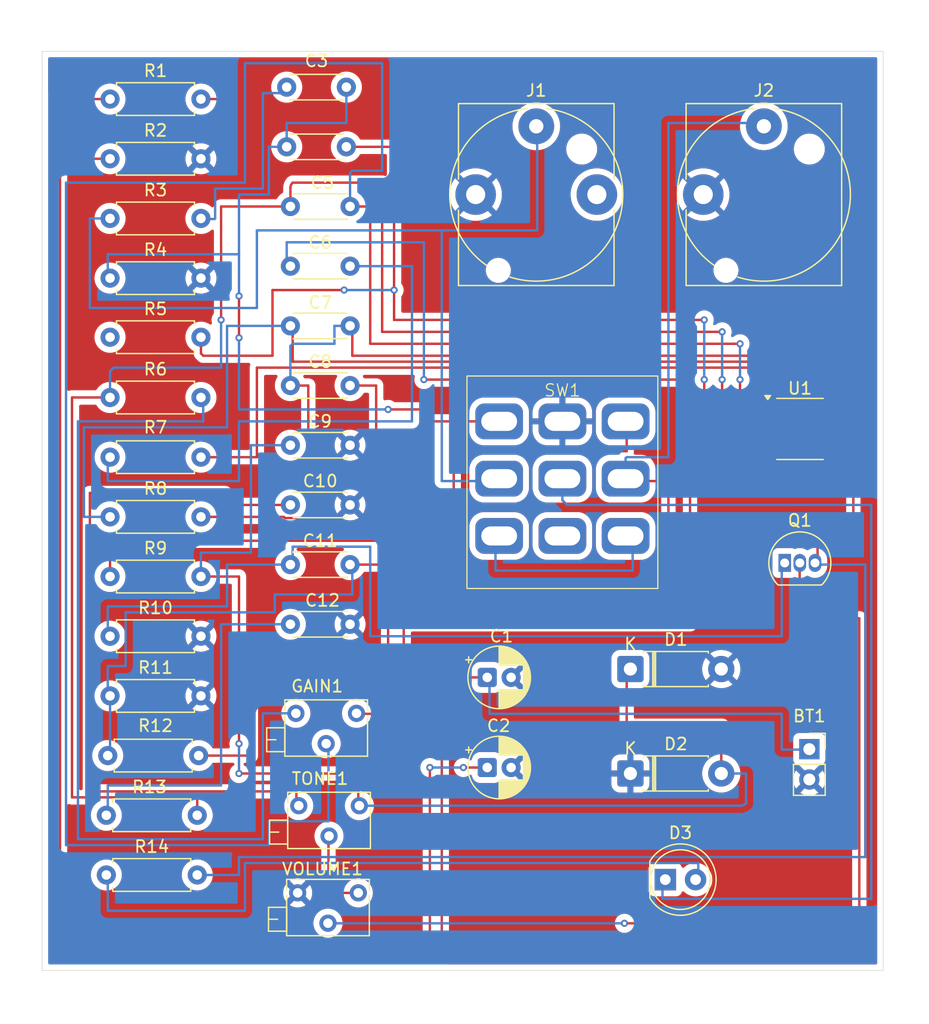
<source format=kicad_pcb>
(kicad_pcb (version 20241229) (generator "pcbnew") (generator_version "9.0")
  (layers (0 "F.Cu" signal) (2 "B.Cu" signal) (13 "F.Paste" user) (15 "B.Paste" user) (5 "F.SilkS" user "F.Silkscreen") (7 "B.SilkS" user "B.Silkscreen") (1 "F.Mask" user) (3 "B.Mask" user) (25 "Edge.Cuts" user))
  (net 0 "")
  (net 1 "Net-(BT1-+)")
  (net 2 "GND")
  (net 3 "Net-(C2-Pad1)")
  (net 4 "Net-(SW1A-A)")
  (net 5 "Net-(C3-Pad1)")
  (net 6 "Net-(U1A-+)")
  (net 7 "Net-(U1A--)")
  (net 8 "Net-(C5-Pad2)")
  (net 9 "Net-(C6-Pad2)")
  (net 10 "Net-(C6-Pad1)")
  (net 11 "Net-(C7-Pad2)")
  (net 12 "Net-(C8-Pad2)")
  (net 13 "Net-(D1-K)")
  (net 14 "Net-(C10-Pad1)")
  (net 15 "Net-(Q1-E)")
  (net 16 "Net-(SW1C-A)")
  (net 17 "Net-(C12-Pad1)")
  (net 18 "Net-(D3-K)")
  (net 19 "Net-(D3-A)")
  (net 20 "Net-(SW1A-B)")
  (net 21 "Net-(SW1C-B)")
  (net 22 "Net-(Q1-B)")
  (net 23 "+9V")
  (net 24 "Net-(R5-Pad1)")
  (net 25 "Net-(GAIN1-Pad3)")
  (net 26 "Net-(SW1A-C)")
  (net 28 "Net-(TONE1-Pad2)")
  (net 29 "-BATT")
  (net 30 "Net-(U1B--)")
  (net 31 "Net-(U1B-+)")
  (footprint "Resistor_THT:R_Axial_DIN0207_L6.3mm_D2.5mm_P7.62mm_Horizontal" (layer "F.Cu") (at 115.19 103)
    (property "Reference" "R9" (at 3.81 -2.37 0) (layer "F.SilkS"))
    (property "Value" "1K")
    (pad "1" thru_hole circle (at 0 0) (size 1.6 1.6) (drill 0.8) (layers "*.Cu" "*.Mask") (net 12 "Net-(C8-Pad2)"))
    (pad "2" thru_hole circle (at 7.62 0) (size 1.6 1.6) (drill 0.8) (layers "*.Cu" "*.Mask") (net 13 "Net-(D1-K)"))
  )
  (footprint "Resistor_THT:R_Axial_DIN0207_L6.3mm_D2.5mm_P7.62mm_Horizontal" (layer "F.Cu") (at 115.19 93)
    (property "Reference" "R7" (at 3.81 -2.5 0) (layer "F.SilkS"))
    (property "Value" "10K")
    (pad "1" thru_hole circle (at 0 0) (size 1.6 1.6) (drill 0.8) (layers "*.Cu" "*.Mask") (net 9 "Net-(C6-Pad2)"))
    (pad "2" thru_hole circle (at 7.62 0) (size 1.6 1.6) (drill 0.8) (layers "*.Cu" "*.Mask") (net 31 "Net-(U1B-+)"))
  )
  (footprint "Resistor_THT:R_Axial_DIN0207_L6.3mm_D2.5mm_P7.62mm_Horizontal" (layer "F.Cu") (at 115.19 73)
    (property "Reference" "R3" (at 3.81 -2.37 0) (layer "F.SilkS"))
    (property "Value" "10K")
    (pad "1" thru_hole circle (at 0 0) (size 1.6 1.6) (drill 0.8) (layers "*.Cu" "*.Mask") (net 20 "Net-(SW1A-B)"))
    (pad "2" thru_hole circle (at 7.62 0) (size 1.6 1.6) (drill 0.8) (layers "*.Cu" "*.Mask") (net 5 "Net-(C3-Pad1)"))
  )
  (footprint "Capacitor_THT:C_Disc_D4.3mm_W1.9mm_P5.00mm" (layer "F.Cu") (at 130 62)
    (property "Reference" "C3" (at 2.5 -2.2 0) (layer "F.SilkS"))
    (property "Value" "100 pF")
    (pad "1" thru_hole circle (at 0 0) (size 1.6 1.6) (drill 0.8) (layers "*.Cu" "*.Mask") (net 5 "Net-(C3-Pad1)"))
    (pad "2" thru_hole circle (at 5 0) (size 1.6 1.6) (drill 0.8) (layers "*.Cu" "*.Mask") (net 4 "Net-(SW1A-A)"))
  )
  (footprint "LED_THT:LED_D5.0mm" (layer "F.Cu") (at 161.735 128.39)
    (property "Reference" "D3" (at 1.27 -3.92 0) (layer "F.SilkS"))
    (property "Value" "LED")
    (pad "1" thru_hole rect (at 0 0) (size 1.8 1.8) (drill 0.9) (layers "*.Cu" "*.Mask") (net 18 "Net-(D3-K)"))
    (pad "2" thru_hole circle (at 2.54 0) (size 1.8 1.8) (drill 0.9) (layers "*.Cu" "*.Mask") (net 19 "Net-(D3-A)"))
  )
  (footprint "Capacitor_THT:CP_Radial_D5.0mm_P2.00mm" (layer "F.Cu") (at 146.81 111.45)
    (property "Reference" "C1" (at 1.19 -3.45 0) (layer "F.SilkS"))
    (property "Value" "47 μf")
    (pad "1" thru_hole roundrect (at 0 0) (size 1.6 1.6) (drill 0.8) (layers "*.Cu" "*.Mask") (roundrect_rratio 0.15625) (net 1 "Net-(BT1-+)"))
    (pad "2" thru_hole circle (at 2 0) (size 1.6 1.6) (drill 0.8) (layers "*.Cu" "*.Mask") (net 2 "GND"))
  )
  (footprint "Capacitor_THT:C_Disc_D4.3mm_W1.9mm_P5.00mm" (layer "F.Cu") (at 130.31 97)
    (property "Reference" "C10" (at 2.5 -2 0) (layer "F.SilkS"))
    (property "Value" "22 nF")
    (pad "1" thru_hole circle (at 0 0) (size 1.6 1.6) (drill 0.8) (layers "*.Cu" "*.Mask") (net 14 "Net-(C10-Pad1)"))
    (pad "2" thru_hole circle (at 5 0) (size 1.6 1.6) (drill 0.8) (layers "*.Cu" "*.Mask") (net 2 "GND"))
  )
  (footprint "Capacitor_THT:C_Disc_D4.3mm_W1.9mm_P5.00mm" (layer "F.Cu") (at 130.31 102)
    (property "Reference" "C11" (at 2.5 -2 0) (layer "F.SilkS"))
    (property "Value" "1 μf")
    (pad "1" thru_hole circle (at 0 0) (size 1.6 1.6) (drill 0.8) (layers "*.Cu" "*.Mask") (net 15 "Net-(Q1-E)"))
    (pad "2" thru_hole circle (at 5 0) (size 1.6 1.6) (drill 0.8) (layers "*.Cu" "*.Mask") (net 16 "Net-(SW1C-A)"))
  )
  (footprint "Resistor_THT:R_Axial_DIN0207_L6.3mm_D2.5mm_P7.62mm_Horizontal" (layer "F.Cu") (at 114.88 128)
    (property "Reference" "R14" (at 3.81 -2.37 0) (layer "F.SilkS"))
    (property "Value" "470")
    (pad "1" thru_hole circle (at 0 0) (size 1.6 1.6) (drill 0.8) (layers "*.Cu" "*.Mask") (net 19 "Net-(D3-A)"))
    (pad "2" thru_hole circle (at 7.62 0) (size 1.6 1.6) (drill 0.8) (layers "*.Cu" "*.Mask") (net 23 "+9V"))
  )
  (footprint "Connector_Audio:Jack_6.35mm_Neutrik_NJ2FD-V_Vertical" (layer "F.Cu") (at 170 65.28)
    (property "Reference" "J2" (at 0 -3 0) (layer "F.SilkS"))
    (property "Value" "Output Jack (Mono)")
    (pad "" np_thru_hole circle (at -3.18 12.07 180) (size 1.6 1.6) (drill 1.6) (layers "*.Cu" "*.Mask"))
    (pad "" np_thru_hole circle (at 3.81 1.91 180) (size 2.1 2.1) (drill 2.1) (layers "*.Cu" "*.Mask"))
    (pad "S" thru_hole circle (at -5.08 5.72 180) (size 3.4 3.4) (drill 1.6) (layers "*.Cu" "*.Mask") (net 2 "GND"))
    (pad "T" thru_hole circle (at 0 0 180) (size 3 3) (drill 1.2) (layers "*.Cu" "*.Mask") (net 21 "Net-(SW1C-B)"))
  )
  (footprint "Resistor_THT:R_Axial_DIN0207_L6.3mm_D2.5mm_P7.62mm_Horizontal" (layer "F.Cu") (at 115 118)
    (property "Reference" "R12" (at 4 -2.5 0) (layer "F.SilkS"))
    (property "Value" "220")
    (pad "1" thru_hole circle (at 0 0) (size 1.6 1.6) (drill 0.8) (layers "*.Cu" "*.Mask") (net 16 "Net-(SW1C-A)"))
    (pad "2" thru_hole circle (at 7.62 0) (size 1.6 1.6) (drill 0.8) (layers "*.Cu" "*.Mask") (net 21 "Net-(SW1C-B)"))
  )
  (footprint "Resistor_THT:R_Axial_DIN0207_L6.3mm_D2.5mm_P7.62mm_Horizontal" (layer "F.Cu") (at 115.19 88)
    (property "Reference" "R6" (at 3.81 -2.37 0) (layer "F.SilkS"))
    (property "Value" "2.2K")
    (pad "1" thru_hole circle (at 0 0) (size 1.6 1.6) (drill 0.8) (layers "*.Cu" "*.Mask") (net 7 "Net-(U1A--)"))
    (pad "2" thru_hole circle (at 7.62 0) (size 1.6 1.6) (drill 0.8) (layers "*.Cu" "*.Mask") (net 25 "Net-(GAIN1-Pad3)"))
  )
  (footprint "Potentiometer_THT:Potentiometer_Bourns_3266X_Horizontal" (layer "F.Cu") (at 136.09 122.2)
    (property "Reference" "TONE1" (at -3.3 -2.27 0) (layer "F.SilkS"))
    (property "Value" "500K")
    (pad "1" thru_hole circle (at 0 0) (size 1.44 1.44) (drill 0.8) (layers "*.Cu" "*.Mask") (net 13 "Net-(D1-K)"))
    (pad "2" thru_hole circle (at -2.54 2.54) (size 1.44 1.44) (drill 0.8) (layers "*.Cu" "*.Mask") (net 28 "Net-(TONE1-Pad2)"))
    (pad "3" thru_hole circle (at -5.08 0) (size 1.44 1.44) (drill 0.8) (layers "*.Cu" "*.Mask") (net 14 "Net-(C10-Pad1)"))
  )
  (footprint "Resistor_THT:R_Axial_DIN0207_L6.3mm_D2.5mm_P7.62mm_Horizontal" (layer "F.Cu") (at 115.19 68)
    (property "Reference" "R2" (at 3.81 -2.37 0) (layer "F.SilkS"))
    (property "Value" "10k")
    (pad "1" thru_hole circle (at 0 0) (size 1.6 1.6) (drill 0.8) (layers "*.Cu" "*.Mask") (net 3 "Net-(C2-Pad1)"))
    (pad "2" thru_hole circle (at 7.62 0) (size 1.6 1.6) (drill 0.8) (layers "*.Cu" "*.Mask") (net 2 "GND"))
  )
  (footprint "Capacitor_THT:CP_Radial_D5.0mm_P2.00mm" (layer "F.Cu") (at 146.81 119)
    (property "Reference" "C2" (at 0.955112 -3.5 0) (layer "F.SilkS"))
    (property "Value" "47 μf")
    (pad "1" thru_hole roundrect (at 0 0) (size 1.6 1.6) (drill 0.8) (layers "*.Cu" "*.Mask") (roundrect_rratio 0.15625) (net 3 "Net-(C2-Pad1)"))
    (pad "2" thru_hole circle (at 2 0) (size 1.6 1.6) (drill 0.8) (layers "*.Cu" "*.Mask") (net 2 "GND"))
  )
  (footprint "Resistor_THT:R_Axial_DIN0207_L6.3mm_D2.5mm_P7.62mm_Horizontal" (layer "F.Cu") (at 115.19 98)
    (property "Reference" "R8" (at 3.81 -2.37 0) (layer "F.SilkS"))
    (property "Value" "0.68 μF")
    (pad "1" thru_hole circle (at 0 0) (size 1.6 1.6) (drill 0.8) (layers "*.Cu" "*.Mask") (net 30 "Net-(U1B--)"))
    (pad "2" thru_hole circle (at 7.62 0) (size 1.6 1.6) (drill 0.8) (layers "*.Cu" "*.Mask") (net 11 "Net-(C7-Pad2)"))
  )
  (footprint "Resistor_THT:R_Axial_DIN0207_L6.3mm_D2.5mm_P7.62mm_Horizontal" (layer "F.Cu") (at 115.19 63)
    (property "Reference" "R1" (at 3.81 -2.37 0) (layer "F.SilkS"))
    (property "Value" "10k")
    (pad "1" thru_hole circle (at 0 0) (size 1.6 1.6) (drill 0.8) (layers "*.Cu" "*.Mask") (net 1 "Net-(BT1-+)"))
    (pad "2" thru_hole circle (at 7.62 0) (size 1.6 1.6) (drill 0.8) (layers "*.Cu" "*.Mask") (net 3 "Net-(C2-Pad1)"))
  )
  (footprint "Capacitor_THT:C_Disc_D4.3mm_W1.9mm_P5.00mm" (layer "F.Cu") (at 130.31 107)
    (property "Reference" "C12" (at 2.69 -2 0) (layer "F.SilkS"))
    (property "Value" "47 nF")
    (pad "1" thru_hole circle (at 0 0) (size 1.6 1.6) (drill 0.8) (layers "*.Cu" "*.Mask") (net 17 "Net-(C12-Pad1)"))
    (pad "2" thru_hole circle (at 5 0) (size 1.6 1.6) (drill 0.8) (layers "*.Cu" "*.Mask") (net 2 "GND"))
  )
  (footprint "Diode_THT:D_DO-41_SOD81_P7.62mm_Horizontal" (layer "F.Cu") (at 158.81 110.75)
    (property "Reference" "D1" (at 3.81 -2.47 0) (layer "F.SilkS"))
    (property "Value" "1N4148")
    (fp_text user "K" (at 0 -2.1 0) (layer "F.SilkS"))
    (pad "1" thru_hole roundrect (at 0 0) (size 2.2 2.2) (drill 1.1) (layers "*.Cu" "*.Mask") (roundrect_rratio 0.113636) (net 13 "Net-(D1-K)"))
    (pad "2" thru_hole circle (at 7.62 0) (size 2.2 2.2) (drill 1.1) (layers "*.Cu" "*.Mask") (net 2 "GND"))
  )
  (footprint "Resistor_THT:R_Axial_DIN0207_L6.3mm_D2.5mm_P7.62mm_Horizontal" (layer "F.Cu") (at 115.19 113)
    (property "Reference" "R11" (at 3.81 -2.37 0) (layer "F.SilkS"))
    (property "Value" "10K")
    (pad "1" thru_hole circle (at 0 0) (size 1.6 1.6) (drill 0.8) (layers "*.Cu" "*.Mask") (net 16 "Net-(SW1C-A)"))
    (pad "2" thru_hole circle (at 7.62 0) (size 1.6 1.6) (drill 0.8) (layers "*.Cu" "*.Mask") (net 2 "GND"))
  )
  (footprint "Resistor_THT:R_Axial_DIN0207_L6.3mm_D2.5mm_P7.62mm_Horizontal" (layer "F.Cu") (at 114.88 123)
    (property "Reference" "R13" (at 3.62 -2.37 0) (layer "F.SilkS"))
    (property "Value" "4.7K")
    (pad "1" thru_hole circle (at 0 0) (size 1.6 1.6) (drill 0.8) (layers "*.Cu" "*.Mask") (net 17 "Net-(C12-Pad1)"))
    (pad "2" thru_hole circle (at 7.62 0) (size 1.6 1.6) (drill 0.8) (layers "*.Cu" "*.Mask") (net 7 "Net-(U1A--)"))
  )
  (footprint "Resistor_THT:R_Axial_DIN0207_L6.3mm_D2.5mm_P7.62mm_Horizontal" (layer "F.Cu") (at 115.19 108)
    (property "Reference" "R10" (at 3.81 -2.37 0) (layer "F.SilkS"))
    (property "Value" "10K")
    (pad "1" thru_hole circle (at 0 0) (size 1.6 1.6) (drill 0.8) (layers "*.Cu" "*.Mask") (net 15 "Net-(Q1-E)"))
    (pad "2" thru_hole circle (at 7.62 0) (size 1.6 1.6) (drill 0.8) (layers "*.Cu" "*.Mask") (net 2 "GND"))
  )
  (footprint "Capacitor_THT:C_Disc_D4.3mm_W1.9mm_P5.00mm" (layer "F.Cu") (at 130.31 87)
    (property "Reference" "C8" (at 2.5 -2 0) (layer "F.SilkS"))
    (property "Value" "1 μF")
    (pad "1" thru_hole circle (at 0 0) (size 1.6 1.6) (drill 0.8) (layers "*.Cu" "*.Mask") (net 11 "Net-(C7-Pad2)"))
    (pad "2" thru_hole circle (at 5 0) (size 1.6 1.6) (drill 0.8) (layers "*.Cu" "*.Mask") (net 12 "Net-(C8-Pad2)"))
  )
  (footprint "Capacitor_THT:C_Disc_D4.3mm_W1.9mm_P5.00mm" (layer "F.Cu") (at 130.31 77)
    (property "Reference" "C6" (at 2.5 -2 0) (layer "F.SilkS"))
    (property "Value" "0.68 μF")
    (pad "1" thru_hole circle (at 0 0) (size 1.6 1.6) (drill 0.8) (layers "*.Cu" "*.Mask") (net 10 "Net-(C6-Pad1)"))
    (pad "2" thru_hole circle (at 5 0) (size 1.6 1.6) (drill 0.8) (layers "*.Cu" "*.Mask") (net 9 "Net-(C6-Pad2)"))
  )
  (footprint "Package_TO_SOT_THT:TO-92_Inline" (layer "F.Cu") (at 171.745 101.86)
    (property "Reference" "Q1" (at 1.27 -3.56 0) (layer "F.SilkS"))
    (property "Value" "2N3904" (hide yes))
    (pad "1" thru_hole rect (at 0 0) (size 1.05 1.5) (drill 0.75) (layers "*.Cu" "*.Mask") (net 15 "Net-(Q1-E)"))
    (pad "2" thru_hole oval (at 1.27 0) (size 1.05 1.5) (drill 0.75) (layers "*.Cu" "*.Mask") (net 22 "Net-(Q1-B)"))
    (pad "3" thru_hole oval (at 2.54 0) (size 1.05 1.5) (drill 0.75) (layers "*.Cu" "*.Mask") (net 23 "+9V"))
  )
  (footprint "Diode_THT:D_DO-41_SOD81_P7.62mm_Horizontal" (layer "F.Cu") (at 158.81 119.5)
    (property "Reference" "D2" (at 3.81 -2.47 0) (layer "F.SilkS"))
    (property "Value" "1N4148")
    (fp_text user "K" (at 0 -2.1 0) (layer "F.SilkS"))
    (pad "1" thru_hole roundrect (at 0 0) (size 2.2 2.2) (drill 1.1) (layers "*.Cu" "*.Mask") (roundrect_rratio 0.113636) (net 2 "GND"))
    (pad "2" thru_hole circle (at 7.62 0) (size 2.2 2.2) (drill 1.1) (layers "*.Cu" "*.Mask") (net 13 "Net-(D1-K)"))
  )
  (footprint "Resistor_THT:R_Axial_DIN0207_L6.3mm_D2.5mm_P7.62mm_Horizontal" (layer "F.Cu") (at 115.19 82.95)
    (property "Reference" "R5" (at 3.81 -2.37 0) (layer "F.SilkS"))
    (property "Value" "1M")
    (pad "1" thru_hole circle (at 0 0) (size 1.6 1.6) (drill 0.8) (layers "*.Cu" "*.Mask") (net 24 "Net-(R5-Pad1)"))
    (pad "2" thru_hole circle (at 7.62 0) (size 1.6 1.6) (drill 0.8) (layers "*.Cu" "*.Mask") (net 6 "Net-(U1A-+)"))
  )
  (footprint "Capacitor_THT:C_Disc_D4.3mm_W1.9mm_P5.00mm" (layer "F.Cu") (at 130 67)
    (property "Reference" "C4" (hide yes))
    (property "Value" "22 nf")
    (pad "1" thru_hole circle (at 0 0) (size 1.6 1.6) (drill 0.8) (layers "*.Cu" "*.Mask") (net 4 "Net-(SW1A-A)"))
    (pad "2" thru_hole circle (at 5 0) (size 1.6 1.6) (drill 0.8) (layers "*.Cu" "*.Mask") (net 6 "Net-(U1A-+)"))
  )
  (footprint "Potentiometer_THT:Potentiometer_Bourns_3266X_Horizontal" (layer "F.Cu") (at 136 129.5)
    (property "Reference" "VOLUME1" (at -3 -2 0) (layer "F.SilkS"))
    (property "Value" "500K")
    (pad "1" thru_hole circle (at 0 0) (size 1.44 1.44) (drill 0.8) (layers "*.Cu" "*.Mask") (net 28 "Net-(TONE1-Pad2)"))
    (pad "2" thru_hole circle (at -2.54 2.54) (size 1.44 1.44) (drill 0.8) (layers "*.Cu" "*.Mask") (net 22 "Net-(Q1-B)"))
    (pad "3" thru_hole circle (at -5.08 0) (size 1.44 1.44) (drill 0.8) (layers "*.Cu" "*.Mask") (net 2 "GND"))
  )
  (footprint "Resistor_THT:R_Axial_DIN0207_L6.3mm_D2.5mm_P7.62mm_Horizontal" (layer "F.Cu") (at 115.19 78)
    (property "Reference" "R4" (at 3.81 -2.37 0) (layer "F.SilkS"))
    (property "Value" "1M")
    (pad "1" thru_hole circle (at 0 0) (size 1.6 1.6) (drill 0.8) (layers "*.Cu" "*.Mask") (net 4 "Net-(SW1A-A)"))
    (pad "2" thru_hole circle (at 7.62 0) (size 1.6 1.6) (drill 0.8) (layers "*.Cu" "*.Mask") (net 2 "GND"))
  )
  (footprint "Capacitor_THT:C_Disc_D4.3mm_W1.9mm_P5.00mm" (layer "F.Cu") (at 130.31 92)
    (property "Reference" "C9" (at 2.5 -2 0) (layer "F.SilkS"))
    (property "Value" "22 nF")
    (pad "1" thru_hole circle (at 0 0) (size 1.6 1.6) (drill 0.8) (layers "*.Cu" "*.Mask") (net 13 "Net-(D1-K)"))
    (pad "2" thru_hole circle (at 5 0) (size 1.6 1.6) (drill 0.8) (layers "*.Cu" "*.Mask") (net 2 "GND"))
  )
  (footprint "Potentiometer_THT:Potentiometer_Bourns_3266X_Horizontal" (layer "F.Cu") (at 135.85 114.46)
    (property "Reference" "GAIN1" (at -3.3 -2.27 0) (layer "F.SilkS"))
    (property "Value" "500K")
    (pad "1" thru_hole circle (at 0 0) (size 1.44 1.44) (drill 0.8) (layers "*.Cu" "*.Mask") (net 10 "Net-(C6-Pad1)"))
    (pad "2" thru_hole circle (at -2.54 2.54) (size 1.44 1.44) (drill 0.8) (layers "*.Cu" "*.Mask") (net 8 "Net-(C5-Pad2)"))
    (pad "3" thru_hole circle (at -5.08 0) (size 1.44 1.44) (drill 0.8) (layers "*.Cu" "*.Mask") (net 25 "Net-(GAIN1-Pad3)"))
  )
  (footprint "Connector_Audio:Jack_6.35mm_Neutrik_NJ3FD-V_Vertical" (layer "F.Cu") (at 150.92 65.28)
    (property "Reference" "J1" (at 0 -3 0) (layer "F.SilkS"))
    (property "Value" "Input Jack (Stereo)")
    (pad "" np_thru_hole circle (at -3.18 12.07 180) (size 1.6 1.6) (drill 1.6) (layers "*.Cu" "*.Mask"))
    (pad "" np_thru_hole circle (at 3.81 1.91 180) (size 2.1 2.1) (drill 2.1) (layers "*.Cu" "*.Mask"))
    (pad "R" thru_hole circle (at 5.08 5.72 180) (size 3.4 3.4) (drill 1.6) (layers "*.Cu" "*.Mask") (net 29 "-BATT"))
    (pad "S" thru_hole circle (at -5.08 5.72 180) (size 3.4 3.4) (drill 1.6) (layers "*.Cu" "*.Mask") (net 2 "GND"))
    (pad "T" thru_hole circle (at 0 0 180) (size 3 3) (drill 1.2) (layers "*.Cu" "*.Mask") (net 20 "Net-(SW1A-B)"))
  )
  (footprint "Capacitor_THT:C_Disc_D4.3mm_W1.9mm_P5.00mm" (layer "F.Cu") (at 130.31 72)
    (property "Reference" "C5" (at 2.69 -2 0) (layer "F.SilkS"))
    (property "Value" "50 pF")
    (pad "1" thru_hole circle (at 0 0) (size 1.6 1.6) (drill 0.8) (layers "*.Cu" "*.Mask") (net 7 "Net-(U1A--)"))
    (pad "2" thru_hole circle (at 5 0) (size 1.6 1.6) (drill 0.8) (layers "*.Cu" "*.Mask") (net 8 "Net-(C5-Pad2)"))
  )
  (footprint "Capacitor_THT:C_Disc_D4.3mm_W1.9mm_P5.00mm" (layer "F.Cu") (at 130.31 82)
    (property "Reference" "C7" (at 2.5 -1.95 0) (layer "F.SilkS"))
    (property "Value" "100 pF")
    (pad "1" thru_hole circle (at 0 0) (size 1.6 1.6) (drill 0.8) (layers "*.Cu" "*.Mask") (net 30 "Net-(U1B--)"))
    (pad "2" thru_hole circle (at 5 0) (size 1.6 1.6) (drill 0.8) (layers "*.Cu" "*.Mask") (net 11 "Net-(C7-Pad2)"))
  )
  (footprint "Package_SO:SOIC-8_3.9x4.9mm_P1.27mm" (layer "F.Cu") (at 173.025 90.635)
    (property "Reference" "U1" (at 0 -3.4 0) (layer "F.SilkS"))
    (property "Value" "RC4558")
    (pad "1" smd roundrect (at -2.475 -1.905) (size 1.95 0.6) (layers "F.Cu" "F.Mask" "F.Paste") (net 8 "Net-(C5-Pad2)"))
    (pad "2" smd roundrect (at -2.475 -0.635) (size 1.95 0.6) (layers "F.Cu" "F.Mask" "F.Paste") (net 7 "Net-(U1A--)"))
    (pad "3" smd roundrect (at -2.475 0.635) (size 1.95 0.6) (layers "F.Cu" "F.Mask" "F.Paste") (net 6 "Net-(U1A-+)"))
    (pad "4" smd roundrect (at -2.475 1.905) (size 1.95 0.6) (layers "F.Cu" "F.Mask" "F.Paste") (net 2 "GND"))
    (pad "5" smd roundrect (at 2.475 1.905) (size 1.95 0.6) (layers "F.Cu" "F.Mask" "F.Paste") (net 31 "Net-(U1B-+)"))
    (pad "6" smd roundrect (at 2.475 0.635) (size 1.95 0.6) (layers "F.Cu" "F.Mask" "F.Paste") (net 30 "Net-(U1B--)"))
    (pad "7" smd roundrect (at 2.475 -0.635) (size 1.95 0.6) (layers "F.Cu" "F.Mask" "F.Paste") (net 11 "Net-(C7-Pad2)"))
    (pad "8" smd roundrect (at 2.475 -1.905) (size 1.95 0.6) (layers "F.Cu" "F.Mask" "F.Paste") (net 23 "+9V"))
  )
  (footprint "Connector_PinSocket_2.54mm:PinSocket_1x02_P2.54mm_Vertical" (layer "F.Cu") (at 173.81 117.46)
    (property "Reference" "BT1" (at 0 -2.77 0) (layer "F.SilkS"))
    (property "Value" "9 V")
    (pad "1" thru_hole rect (at 0 0) (size 1.7 1.7) (drill 1) (layers "*.Cu" "*.Mask") (net 1 "Net-(BT1-+)"))
    (pad "2" thru_hole circle (at 0 2.54) (size 1.7 1.7) (drill 1) (layers "*.Cu" "*.Mask") (net 2 "GND"))
  )
  (footprint "Button_Switch_THT:3PDT_Footswitch" (layer "F.Cu") (at 153.11 94.8)
    (property "Reference" "SW1" (at 0 -7.4 0) (layer "F.SilkS") (effects (font (thickness 0.1))))
    (property "Value" "3PDT" (hide yes))
    (pad "1" thru_hole roundrect (at -5.3 -4.8) (size 4 3) (drill oval 3 1.6) (layers "*.Cu" "*.Mask") (net 4 "Net-(SW1A-A)"))
    (pad "2" thru_hole roundrect (at -5.3 0) (size 4 3) (drill oval 3 1.6) (layers "*.Cu" "*.Mask") (net 20 "Net-(SW1A-B)"))
    (pad "3" thru_hole roundrect (at -5.3 4.8) (size 4 3) (drill oval 3 1.6) (layers "*.Cu" "*.Mask") (net 26 "Net-(SW1A-C)"))
    (pad "4" thru_hole roundrect (at 0 -4.8) (size 4 3) (drill oval 3 1.6) (layers "*.Cu" "*.Mask") (net 2 "GND"))
    (pad "5" thru_hole roundrect (at 0 0) (size 4 3) (drill oval 3 1.6) (layers "*.Cu" "*.Mask") (net 18 "Net-(D3-K)"))
    (pad "6" thru_hole roundrect (at 0 4.8) (size 4 3) (drill oval 3 1.6) (layers "*.Cu" "*.Mask"))
    (pad "7" thru_hole roundrect (at 5.3 -4.8) (size 4 3) (drill oval 3 1.6) (layers "*.Cu" "*.Mask") (net 16 "Net-(SW1C-A)"))
    (pad "8" thru_hole roundrect (at 5.3 0) (size 4 3) (drill oval 3 1.6) (layers "*.Cu" "*.Mask") (net 21 "Net-(SW1C-B)"))
    (pad "9" thru_hole roundrect (at 5.3 4.8) (size 4 3) (drill oval 3 1.6) (layers "*.Cu" "*.Mask") (net 26 "Net-(SW1A-C)"))
  )
  (gr_line (start 129.5 110) (end 138.5 110) (stroke (width 0.2)) (layer "F.Cu") (net 21))
  (gr_line (start 123 103) (end 126 103) (stroke (width 0.2)) (layer "F.Cu") (net 13))
  (gr_line (start 126 103) (end 126 105) (stroke (width 0.2)) (layer "F.Cu") (net 13))
  (gr_line (start 127 118) (end 127 110) (stroke (width 0.2)) (layer "F.Cu") (net 21))
  (gr_line (start 109.5 59) (end 180 59) (stroke (width 0.05)) (layer "Edge.Cuts"))
  (gr_line (start 109.5 136) (end 180 136) (stroke (width 0.05)) (layer "Edge.Cuts"))
  (gr_line (start 180 136) (end 180 59) (stroke (width 0.05)) (layer "Edge.Cuts"))
  (gr_line (start 109.5 59) (end 109.5 136) (stroke (width 0.05)) (layer "Edge.Cuts"))
  (segment (start 143.05 111.45) (end 146.81 111.45) (width 0.2) (layer "F.Cu") (net 1))
  (segment (start 110.5 130.5) (end 115 135) (width 0.2) (layer "F.Cu") (net 1))
  (segment (start 143 111.5) (end 143.05 111.45) (width 0.2) (layer "F.Cu") (net 1))
  (segment (start 110.5 63) (end 110.5 130.5) (width 0.2) (layer "F.Cu") (net 1))
  (segment (start 143 135) (end 143 111.5) (width 0.2) (layer "F.Cu") (net 1))
  (segment (start 142.961796 135.037461) (end 143 135) (width 0.2) (layer "F.Cu") (net 1))
  (segment (start 115.07487 135.037461) (end 142.909561 135.037461) (width 0.2) (layer "F.Cu") (net 1))
  (segment (start 115 135) (end 115.012212 135.011507) (width 0.2) (layer "F.Cu") (net 1))
  (segment (start 115.19 63) (end 110.5 63) (width 0.2) (layer "F.Cu") (net 1))
  (segment (start 146.546055 111.528796) (end 146.489326 111.472067) (width 0.2) (layer "F.Cu") (net 1))
  (segment (start 146.617191 111.45766) (end 146.546055 111.528796) (width 0.2) (layer "F.Cu") (net 1))
  (arc (start 115.012212 135.011507) (mid 115.04096 135.030716) (end 115.07487 135.037461) (width 0.2) (layer "F.Cu") (net 1))
  (arc (start 142.909561 135.037461) (mid 142.958507 135.027725) (end 143 135) (width 0.2) (layer "F.Cu") (net 1))
  (segment (start 173.713431 117.5) (end 171.5 117.5) (width 0.2) (layer "B.Cu") (net 1))
  (segment (start 171.5 117.5) (end 171.5 114.5) (width 0.2) (layer "B.Cu") (net 1))
  (segment (start 147 111.908701) (end 147 114.5) (width 0.2) (layer "B.Cu") (net 1))
  (segment (start 147 114.5) (end 171.5 114.5) (width 0.2) (layer "B.Cu") (net 1))
  (arc (start 173.81 117.46) (mid 173.765693 117.489604) (end 173.713431 117.5) (width 0.2) (layer "B.Cu") (net 1))
  (arc (start 146.81 111.45) (mid 146.95062 111.660454) (end 147 111.908701) (width 0.2) (layer "B.Cu") (net 1))
  (segment (start 135.456447 107.146446) (end 135.31 107) (width 0.2) (layer "F.Cu") (net 2))
  (segment (start 124.5 65) (end 124.5 63) (width 0.2) (layer "F.Cu") (net 3))
  (segment (start 115.19 68) (end 111 68) (width 0.2) (layer "F.Cu") (net 3))
  (segment (start 111 65) (end 124.5 65) (width 0.2) (layer "F.Cu") (net 3))
  (segment (start 124.5 63) (end 122.81 63) (width 0.2) (layer "F.Cu") (net 3))
  (segment (start 142 119) (end 142 134.5) (width 0.2) (layer "F.Cu") (net 3))
  (segment (start 111 130) (end 111 68) (width 0.2) (layer "F.Cu") (net 3))
  (segment (start 111 68) (end 111 65) (width 0.2) (layer "F.Cu") (net 3))
  (segment (start 146.81 119) (end 144.81 119) (width 0.2) (layer "F.Cu") (net 3))
  (segment (start 115.5 134.5) (end 111 130) (width 0.2) (layer "F.Cu") (net 3))
  (segment (start 142 134.5) (end 115.5 134.5) (width 0.2) (layer "F.Cu") (net 3))
  (via (at 142 119) (size 0.6) (drill 0.3) (layers "F.Cu" "B.Cu") (net 3))
  (via (at 144.81 119) (size 0.6) (drill 0.3) (layers "F.Cu" "B.Cu") (net 3))
  (segment (start 142 119) (end 144.81 119) (width 0.2) (layer "B.Cu") (net 3))
  (segment (start 126 83) (end 126 79.5) (width 0.2) (layer "F.Cu") (net 4))
  (segment (start 141.5 89) (end 138.5 89) (width 0.2) (layer "F.Cu") (net 4))
  (segment (start 141.5 90) (end 141.5 89) (width 0.2) (layer "F.Cu") (net 4))
  (segment (start 147.81 90) (end 141.5 90) (width 0.2) (layer "F.Cu") (net 4))
  (via (at 126 83) (size 0.6) (drill 0.3) (layers "F.Cu" "B.Cu") (net 4))
  (via (at 138.5 89) (size 0.6) (drill 0.3) (layers "F.Cu" "B.Cu") (net 4))
  (via (at 126 79.5) (size 0.6) (drill 0.3) (layers "F.Cu" "B.Cu") (net 4))
  (segment (start 128.5 67) (end 128.5 71) (width 0.2) (layer "B.Cu") (net 4))
  (segment (start 126 83) (end 126 89) (width 0.2) (layer "B.Cu") (net 4))
  (segment (start 126 76) (end 115 76) (width 0.2) (layer "B.Cu") (net 4))
  (segment (start 115 76) (end 115 77.541299) (width 0.2) (layer "B.Cu") (net 4))
  (segment (start 135 65) (end 130 65) (width 0.2) (layer "B.Cu") (net 4))
  (segment (start 130.26747 67.000451) (end 130.31 67) (width 0.2) (layer "B.Cu") (net 4))
  (segment (start 126 89) (end 138.5 89) (width 0.2) (layer "B.Cu") (net 4))
  (segment (start 128.5 71) (end 126 71) (width 0.2) (layer "B.Cu") (net 4))
  (segment (start 126 71) (end 126 76) (width 0.2) (layer "B.Cu") (net 4))
  (segment (start 130 65) (end 130 67) (width 0.2) (layer "B.Cu") (net 4))
  (segment (start 126 76) (end 126 79.5) (width 0.2) (layer "B.Cu") (net 4))
  (segment (start 130.31 67) (end 128.5 67) (width 0.2) (layer "B.Cu") (net 4))
  (segment (start 135 62.5) (end 135 65) (width 0.2) (layer "B.Cu") (net 4))
  (segment (start 123.95 73.05) (end 124 73) (width 0.2) (layer "B.Cu") (net 5))
  (segment (start 128 70.5) (end 128 62.5) (width 0.2) (layer "B.Cu") (net 5))
  (segment (start 122.81 73.05) (end 123.95 73.05) (width 0.2) (layer "B.Cu") (net 5))
  (segment (start 124 73) (end 124 70.5) (width 0.2) (layer "B.Cu") (net 5))
  (segment (start 128 62.5) (end 130 62.5) (width 0.2) (layer "B.Cu") (net 5))
  (segment (start 124 70.5) (end 128 70.5) (width 0.2) (layer "B.Cu") (net 5))
  (segment (start 128.81 84.5) (end 128.81 79) (width 0.2) (layer "F.Cu") (net 6))
  (segment (start 128.81 79) (end 134.81 79) (width 0.2) (layer "F.Cu") (net 6))
  (segment (start 139 79) (end 139 81.5) (width 0.2) (layer "F.Cu") (net 6))
  (segment (start 122.81 84.31) (end 123 84.5) (width 0.2) (layer "F.Cu") (net 6))
  (segment (start 139 67) (end 139 79) (width 0.2) (layer "F.Cu") (net 6))
  (segment (start 169.994731 91.5) (end 165 91.5) (width 0.2) (layer "F.Cu") (net 6))
  (segment (start 135 67) (end 139 67) (width 0.2) (layer "F.Cu") (net 6))
  (segment (start 122.81 82.95) (end 122.81 84.31) (width 0.2) (layer "F.Cu") (net 6))
  (segment (start 165 91.5) (end 165 86.5) (width 0.2) (layer "F.Cu") (net 6))
  (segment (start 123 84.5) (end 128.81 84.5) (width 0.2) (layer "F.Cu") (net 6))
  (segment (start 139 81.5) (end 165 81.5) (width 0.2) (layer "F.Cu") (net 6))
  (via (at 134.81 79) (size 0.6) (drill 0.3) (layers "F.Cu" "B.Cu") (net 6))
  (via (at 139 79) (size 0.6) (drill 0.3) (layers "F.Cu" "B.Cu") (net 6))
  (via (at 165 86.5) (size 0.6) (drill 0.3) (layers "F.Cu" "B.Cu") (net 6))
  (via (at 165 81.5) (size 0.6) (drill 0.3) (layers "F.Cu" "B.Cu") (net 6))
  (arc (start 170.55 91.27) (mid 170.29524 91.440225) (end 169.994731 91.5) (width 0.2) (layer "F.Cu") (net 6))
  (arc (start 170.55 91.27) (mid 170.250934 91.070171) (end 169.898162 91) (width 0.2) (layer "F.Cu") (net 6))
  (segment (start 165 86.5) (end 165 81.5) (width 0.2) (layer "B.Cu") (net 6))
  (segment (start 134.81 79) (end 137.81 79) (width 0.2) (layer "B.Cu") (net 6))
  (segment (start 137.81 79) (end 139 79) (width 0.2) (layer "B.Cu") (net 6))
  (segment (start 130.31 70.458701) (end 130.31 72) (width 0.2) (layer "F.Cu") (net 7))
  (segment (start 138 70) (end 130.5 70) (width 0.2) (layer "F.Cu") (net 7))
  (segment (start 130.456447 71.853554) (end 130.31 72) (width 0.2) (layer "F.Cu") (net 7))
  (segment (start 166.5 90) (end 166.5 87) (width 0.2) (layer "F.Cu") (net 7))
  (segment (start 122.5 121.5) (end 112 121.5) (width 0.2) (layer "F.Cu") (net 7))
  (segment (start 170.55 90) (end 166.5 90) (width 0.2) (layer "F.Cu") (net 7))
  (segment (start 166.5 87) (end 166.5 86.5) (width 0.2) (layer "F.Cu") (net 7))
  (segment (start 124.5 72) (end 130.31 72) (width 0.2) (layer "F.Cu") (net 7))
  (segment (start 124.5 81.5) (end 124.5 72) (width 0.2) (layer "F.Cu") (net 7))
  (segment (start 166.5 82.5) (end 138 82.5) (width 0.2) (layer "F.Cu") (net 7))
  (segment (start 112 88) (end 115.19 88) (width 0.2) (layer "F.Cu") (net 7))
  (segment (start 122.5 121.5) (end 122.5 123) (width 0.2) (layer "F.Cu") (net 7))
  (segment (start 112 121.5) (end 112 88) (width 0.2) (layer "F.Cu") (net 7))
  (segment (start 138 82.5) (end 138 70) (width 0.2) (layer "F.Cu") (net 7))
  (via (at 166.5 86.5) (size 0.6) (drill 0.3) (layers "F.Cu" "B.Cu") (net 7))
  (via (at 166.5 82.5) (size 0.6) (drill 0.3) (layers "F.Cu" "B.Cu") (net 7))
  (via (at 124.5 81.5) (size 0.6) (drill 0.3) (layers "F.Cu" "B.Cu") (net 7))
  (arc (start 130.5 70) (mid 130.359379 70.210454) (end 130.31 70.458701) (width 0.2) (layer "F.Cu") (net 7))
  (segment (start 115.19 88) (end 115.19 85.81) (width 0.2) (layer "B.Cu") (net 7))
  (segment (start 115.19 85.81) (end 115.5 85.5) (width 0.2) (layer "B.Cu") (net 7))
  (segment (start 124.5 85.5) (end 124.5 83) (width 0.2) (layer "B.Cu") (net 7))
  (segment (start 115.5 85.5) (end 124.5 85.5) (width 0.2) (layer "B.Cu") (net 7))
  (segment (start 166.5 86.5) (end 166.5 82.5) (width 0.2) (layer "B.Cu") (net 7))
  (segment (start 124.5 83) (end 124.5 81.5) (width 0.2) (layer "B.Cu") (net 7))
  (segment (start 124.5 81.5) (end 124.6 81.6) (width 0.2) (layer "B.Cu") (net 7))
  (segment (start 170.55 88.73) (end 170.511445 88.729527) (width 0.2) (layer "F.Cu") (net 8))
  (segment (start 170.511445 88.729527) (end 170.15298 88.729527) (width 0.2) (layer "F.Cu") (net 8))
  (segment (start 168 89) (end 168 86.5) (width 0.2) (layer "F.Cu") (net 8))
  (segment (start 168 83.5) (end 167.399 83.5) (width 0.2) (layer "F.Cu") (net 8))
  (segment (start 135.31 72) (end 137 72) (width 0.2) (layer "F.Cu") (net 8))
  (segment (start 137 72) (end 137 83.5) (width 0.2) (layer "F.Cu") (net 8))
  (segment (start 169.5 89) (end 168 89) (width 0.2) (layer "F.Cu") (net 8))
  (segment (start 137 83.5) (end 167.399 83.5) (width 0.2) (layer "F.Cu") (net 8))
  (via (at 168 86.5) (size 0.6) (drill 0.3) (layers "F.Cu" "B.Cu") (net 8))
  (via (at 168 83.5) (size 0.6) (drill 0.3) (layers "F.Cu" "B.Cu") (net 8))
  (arc (start 170.15298 88.729527) (mid 169.79959 88.79982) (end 169.5 89) (width 0.2) (layer "F.Cu") (net 8))
  (arc (start 169.994731 88.5) (mid 170.29524 88.559775) (end 170.55 88.73) (width 0.2) (layer "F.Cu") (net 8))
  (segment (start 135.5 69) (end 138 69) (width 0.2) (layer "B.Cu") (net 8))
  (segment (start 135.31 69.19) (end 135.5 69) (width 0.2) (layer "B.Cu") (net 8))
  (segment (start 135.31 72) (end 135.31 69.19) (width 0.2) (layer "B.Cu") (net 8))
  (segment (start 111.5 70) (end 126.5 70) (width 0.2) (layer "B.Cu") (net 8))
  (segment (start 111.5 125.5) (end 111.5 70) (width 0.2) (layer "B.Cu") (net 8))
  (segment (start 138 60) (end 126.5 60) (width 0.2) (layer "B.Cu") (net 8))
  (segment (start 128.5 123.5) (end 128.5 125.5) (width 0.2) (layer "B.Cu") (net 8))
  (segment (start 126.5 70) (end 126.5 60) (width 0.2) (layer "B.Cu") (net 8))
  (segment (start 133.5 117.458701) (end 133.5 123.5) (width 0.2) (layer "B.Cu") (net 8))
  (segment (start 128.5 125.5) (end 111.5 125.5) (width 0.2) (layer "B.Cu") (net 8))
  (segment (start 168 86.5) (end 168 83.5) (width 0.2) (layer "B.Cu") (net 8))
  (segment (start 133.5 123.5) (end 128.5 123.5) (width 0.2) (layer "B.Cu") (net 8))
  (segment (start 138 69) (end 138 60) (width 0.2) (layer "B.Cu") (net 8))
  (segment (start 135.31 77) (end 140.5 77) (width 0.2) (layer "B.Cu") (net 9))
  (segment (start 140.5 90) (end 126 90) (width 0.2) (layer "B.Cu") (net 9))
  (segment (start 126 90) (end 126 95) (width 0.2) (layer "B.Cu") (net 9))
  (segment (start 140.5 77) (end 140.5 90) (width 0.2) (layer "B.Cu") (net 9))
  (segment (start 115 95) (end 115 93.458701) (width 0.2) (layer "B.Cu") (net 9))
  (segment (start 126 95) (end 115 95) (width 0.2) (layer "B.Cu") (net 9))
  (segment (start 139.81 114.5) (end 139.81 107) (width 0.2) (layer "F.Cu") (net 10))
  (segment (start 163.81 87) (end 163.81 86.5) (width 0.2) (layer "F.Cu") (net 10))
  (segment (start 141.5 86.5) (end 163.81 86.5) (width 0.2) (layer "F.Cu") (net 10))
  (segment (start 163.81 107) (end 163.81 87) (width 0.2) (layer "F.Cu") (net 10))
  (segment (start 135.946569 114.5) (end 139.81 114.5) (width 0.2) (layer "F.Cu") (net 10))
  (segment (start 139.81 107) (end 163.81 107) (width 0.2) (layer "F.Cu") (net 10))
  (via (at 141.5 86.5) (size 0.6) (drill 0.3) (layers "F.Cu" "B.Cu") (net 10))
  (segment (start 141.5 75) (end 130 75) (width 0.2) (layer "B.Cu") (net 10))
  (segment (start 130 75) (end 130 76.251594) (width 0.2) (layer "B.Cu") (net 10))
  (segment (start 141.5 86.5) (end 141.5 75) (width 0.2) (layer "B.Cu") (net 10))
  (arc (start 130 76.251594) (mid 130.080566 76.656629) (end 130.31 77) (width 0.2) (layer "B.Cu") (net 10))
  (segment (start 129.75295 98) (end 129.85395 98.101) (width 0.2) (layer "F.Cu") (net 11))
  (segment (start 173.5 90) (end 173.5 84.5) (width 0.2) (layer "F.Cu") (net 11))
  (segment (start 135.5 84.5) (end 135.5 82.458701) (width 0.2) (layer "F.Cu") (net 11))
  (segment (start 175.75953 89.98417) (end 175.751335 89.953589) (width 0.2) (layer "F.Cu") (net 11))
  (segment (start 122.81 98) (end 129.75295 98) (width 0.2) (layer "F.Cu") (net 11))
  (segment (start 129.85395 98.101) (end 131.566164 98.101) (width 0.2) (layer "F.Cu") (net 11))
  (segment (start 131.81 98) (end 131.81 87) (width 0.2) (layer "F.Cu") (net 11))
  (segment (start 175.76 90) (end 175.762945 89.99878) (width 0.2) (layer "F.Cu") (net 11))
  (segment (start 175.5 90) (end 173.5 90) (width 0.2) (layer "F.Cu") (net 11))
  (segment (start 131.81 87) (end 130.31 87) (width 0.2) (layer "F.Cu") (net 11))
  (segment (start 175.735504 89.926172) (end 175.724645 89.914644) (width 0.2) (layer "F.Cu") (net 11))
  (segment (start 173.5 84.5) (end 135.5 84.5) (width 0.2) (layer "F.Cu") (net 11))
  (segment (start 175.751335 89.953589) (end 175.735504 89.926172) (width 0.2) (layer "F.Cu") (net 11))
  (segment (start 175.76 90) (end 175.75953 89.98417) (width 0.2) (layer "F.Cu") (net 11))
  (arc (start 131.566164 98.101) (mid 131.698127 98.074751) (end 131.81 98) (width 0.2) (layer "F.Cu") (net 11))
  (arc (start 175.724645 89.914644) (mid 175.6301 89.977817) (end 175.518577 90) (width 0.2) (layer "F.Cu") (net 11))
  (segment (start 130.31 83.69) (end 130.5 83.5) (width 0.2) (layer "B.Cu") (net 11))
  (segment (start 134 83.5) (end 134 82) (width 0.2) (layer "B.Cu") (net 11))
  (segment (start 134 82) (end 135.31 82) (width 0.2) (layer "B.Cu") (net 11))
  (segment (start 130.31 87) (end 130.31 83.69) (width 0.2) (layer "B.Cu") (net 11))
  (segment (start 130.5 83.5) (end 134 83.5) (width 0.2) (layer "B.Cu") (net 11))
  (segment (start 135.31 87) (end 137.5 87) (width 0.2) (layer "F.Cu") (net 12))
  (segment (start 137.5 87) (end 137.5 100) (width 0.2) (layer "F.Cu") (net 12))
  (segment (start 115.5 100) (end 137.5 100) (width 0.2) (layer "F.Cu") (net 12))
  (segment (start 115.19 103) (end 115.19 100.31) (width 0.2) (layer "F.Cu") (net 12))
  (segment (start 115.19 100.31) (end 115.5 100) (width 0.2) (layer "F.Cu") (net 12))
  (segment (start 126 105) (end 126 108) (width 0.2) (layer "F.Cu") (net 13))
  (segment (start 166.43 119.5) (end 166.43 115.668995) (width 0.2) (layer "F.Cu") (net 13))
  (segment (start 136 119.5) (end 126 119.5) (width 0.2) (layer "F.Cu") (net 13))
  (segment (start 166.5 115.5) (end 158.5 115.5) (width 0.2) (layer "F.Cu") (net 13))
  (segment (start 136 121.982721) (end 136 119.5) (width 0.2) (layer "F.Cu") (net 13))
  (segment (start 126 108) (end 126 117) (width 0.2) (layer "F.Cu") (net 13))
  (segment (start 158.5 115.5) (end 158.5 111.498406) (width 0.2) (layer "F.Cu") (net 13))
  (via (at 126 117) (size 0.6) (drill 0.3) (layers "F.Cu" "B.Cu") (net 13))
  (via (at 126 119.5) (size 0.6) (drill 0.3) (layers "F.Cu" "B.Cu") (net 13))
  (arc (start 166.43 115.668995) (mid 166.448192 115.577535) (end 166.5 115.5) (width 0.2) (layer "F.Cu") (net 13))
  (arc (start 158.5 111.498406) (mid 158.580566 111.093372) (end 158.81 110.75) (width 0.2) (layer "F.Cu") (net 13))
  (segment (start 122.81 101) (end 122.81 103) (width 0.2) (layer "B.Cu") (net 13))
  (segment (start 127 101) (end 122.81 101) (width 0.2) (layer "B.Cu") (net 13))
  (segment (start 168.5 122) (end 168.5 119.5) (width 0.2) (layer "B.Cu") (net 13))
  (segment (start 126 117) (end 126 119.5) (width 0.2) (layer "B.Cu") (net 13))
  (segment (start 136.09 122.2) (end 168.017157 122.2) (width 0.2) (layer "B.Cu") (net 13))
  (segment (start 130.31 92) (end 127 92) (width 0.2) (layer "B.Cu") (net 13))
  (segment (start 127 92) (end 127 101) (width 0.2) (layer "B.Cu") (net 13))
  (segment (start 168.5 119.5) (end 166.43 119.5) (width 0.2) (layer "B.Cu") (net 13))
  (arc (start 168.017157 122.2) (mid 168.27847 122.148022) (end 168.5 122) (width 0.2) (layer "B.Cu") (net 13))
  (segment (start 130.81 121) (end 130.81 121.717157) (width 0.2) (layer "F.Cu") (net 14))
  (segment (start 124.81 96) (end 113.5 96) (width 0.2) (layer "F.Cu") (net 14))
  (segment (start 113.5 96) (end 113.5 121) (width 0.2) (layer "F.Cu") (net 14))
  (segment (start 130.31 97) (end 124.81 97) (width 0.2) (layer "F.Cu") (net 14))
  (segment (start 124.81 97) (end 124.81 96) (width 0.2) (layer "F.Cu") (net 14))
  (segment (start 113.5 121) (end 130.81 121) (width 0.2) (layer "F.Cu") (net 14))
  (segment (start 171.5 108) (end 137 108) (width 0.2) (layer "B.Cu") (net 15))
  (segment (start 130.5 100.5) (end 130.5 101.541299) (width 0.2) (layer "B.Cu") (net 15))
  (segment (start 125 102) (end 125 105.5) (width 0.2) (layer "B.Cu") (net 15))
  (segment (start 115 105.5) (end 115 107.541299) (width 0.2) (layer "B.Cu") (net 15))
  (segment (start 125 105.5) (end 115 105.5) (width 0.2) (layer "B.Cu") (net 15))
  (segment (start 137 108) (end 137 100.5) (width 0.2) (layer "B.Cu") (net 15))
  (segment (start 171.5 102.451482) (end 171.5 108) (width 0.2) (layer "B.Cu") (net 15))
  (segment (start 137 100.5) (end 130.5 100.5) (width 0.2) (layer "B.Cu") (net 15))
  (segment (start 130.31 102) (end 125 102) (width 0.2) (layer "B.Cu") (net 15))
  (arc (start 171.81 102.016924) (mid 171.793107 101.931997) (end 171.745 101.86) (width 0.2) (layer "B.Cu") (net 15))
  (arc (start 171.745 101.86) (mid 171.563673 102.131374) (end 171.5 102.451482) (width 0.2) (layer "B.Cu") (net 15))
  (arc (start 130.5 101.541299) (mid 130.450621 101.789547) (end 130.31 102) (width 0.2) (layer "B.Cu") (net 15))
  (segment (start 158.5 92.5) (end 144 92.5) (width 0.2) (layer "F.Cu") (net 16))
  (segment (start 158.41 90) (end 158.41 90.551472) (width 0.2) (layer "F.Cu") (net 16))
  (segment (start 158.5 90.217279) (end 158.5 92.5) (width 0.2) (layer "F.Cu") (net 16))
  (segment (start 144 102) (end 135.31 102) (width 0.2) (layer "F.Cu") (net 16))
  (segment (start 144 92.5) (end 144 102) (width 0.2) (layer "F.Cu") (net 16))
  (arc (start 158.41 90) (mid 158.47661 90.099688) (end 158.5 90.217279) (width 0.2) (layer "F.Cu") (net 16))
  (segment (start 129 104.5) (end 129 106) (width 0.2) (layer "B.Cu") (net 16))
  (segment (start 115.19 113) (end 115.253862 112.935448) (width 0.2) (layer "B.Cu") (net 16))
  (segment (start 135.5 104.5) (end 129 104.5) (width 0.2) (layer "B.Cu") (net 16))
  (segment (start 135.5 102.458701) (end 135.5 104.5) (width 0.2) (layer "B.Cu") (net 16))
  (segment (start 116.5 106) (end 116.5 110.5) (width 0.2) (layer "B.Cu") (net 16))
  (segment (start 129 106) (end 116.5 106) (width 0.2) (layer "B.Cu") (net 16))
  (segment (start 116.5 110.5) (end 115 110.5) (width 0.2) (layer "B.Cu") (net 16))
  (segment (start 115.19 117.541299) (end 115.19 113) (width 0.2) (layer "B.Cu") (net 16))
  (segment (start 115 110.5) (end 115 112.541299) (width 0.2) (layer "B.Cu") (net 16))
  (arc (start 115 112.541299) (mid 115.049379 112.789546) (end 115.19 113) (width 0.2) (layer "B.Cu") (net 16))
  (segment (start 115 120.5) (end 115 123) (width 0.2) (layer "B.Cu") (net 17))
  (segment (start 124.5 120.5) (end 115 120.5) (width 0.2) (layer "B.Cu") (net 17))
  (segment (start 124.5 107) (end 124.5 120.5) (width 0.2) (layer "B.Cu") (net 17))
  (segment (start 130.31 107) (end 124.5 107) (width 0.2) (layer "B.Cu") (net 17))
  (segment (start 179 97) (end 153.5 97) (width 0.2) (layer "B.Cu") (net 18))
  (segment (start 153.5 97) (end 153.11 96.61) (width 0.2) (layer "B.Cu") (net 18))
  (segment (start 161.5 128.95734) (end 161.5 130) (width 0.2) (layer "B.Cu") (net 18))
  (segment (start 153.11 96.61) (end 153.11 94.8) (width 0.2) (layer "B.Cu") (net 18))
  (segment (start 179 130) (end 179 97) (width 0.2) (layer "B.Cu") (net 18))
  (segment (start 161.5 130) (end 179 130) (width 0.2) (layer "B.Cu") (net 18))
  (arc (start 161.735 128.39) (mid 161.561074 128.650298) (end 161.5 128.95734) (width 0.2) (layer "B.Cu") (net 18))
  (segment (start 126.5 127) (end 164.5 127) (width 0.2) (layer "B.Cu") (net 19))
  (segment (start 126.5 131) (end 126.5 127) (width 0.2) (layer "B.Cu") (net 19))
  (segment (start 115 128) (end 115 131) (width 0.2) (layer "B.Cu") (net 19))
  (segment (start 115 131) (end 126.5 131) (width 0.2) (layer "B.Cu") (net 19))
  (segment (start 164.5 127) (end 164.5 127.846802) (width 0.2) (layer "B.Cu") (net 19))
  (segment (start 147.327157 95) (end 143 95) (width 0.2) (layer "B.Cu") (net 20))
  (segment (start 113.5 73) (end 113.5 80.5) (width 0.2) (layer "B.Cu") (net 20))
  (segment (start 143 95) (end 143 74) (width 0.2) (layer "B.Cu") (net 20))
  (segment (start 151 74) (end 143 74) (width 0.2) (layer "B.Cu") (net 20))
  (segment (start 115.19 73) (end 113.5 73) (width 0.2) (layer "B.Cu") (net 20))
  (segment (start 151 65.473137) (end 151 74) (width 0.2) (layer "B.Cu") (net 20))
  (segment (start 127.5 74) (end 143 74) (width 0.2) (layer "B.Cu") (net 20))
  (segment (start 127.5 80.5) (end 127.5 74) (width 0.2) (layer "B.Cu") (net 20))
  (segment (start 113.5 80.5) (end 127.5 80.5) (width 0.2) (layer "B.Cu") (net 20))
  (arc (start 147.81 94.8) (mid 147.588469 94.948022) (end 147.327157 95) (width 0.2) (layer "B.Cu") (net 20))
  (segment (start 162 95) (end 158.892843 95) (width 0.2) (layer "F.Cu") (net 21))
  (segment (start 122.62 118) (end 127 118) (width 0.2) (layer "F.Cu") (net 21))
  (segment (start 138.5 110) (end 138.5 106) (width 0.2) (layer "F.Cu") (net 21))
  (segment (start 138.5 106) (end 162 106) (width 0.2) (layer "F.Cu") (net 21))
  (segment (start 162 106) (end 162 95) (width 0.2) (layer "F.Cu") (net 21))
  (segment (start 127 110) (end 129.5 110) (width 0.2) (layer "F.Cu") (net 21))
  (arc (start 157.927157 95) (mid 158.18847 94.948022) (end 158.41 94.8) (width 0.2) (layer "F.Cu") (net 21))
  (arc (start 158.892843 95) (mid 158.631531 94.948021) (end 158.41 94.8) (width 0.2) (layer "F.Cu") (net 21))
  (segment (start 162 65) (end 162 93) (width 0.2) (layer "B.Cu") (net 21))
  (segment (start 169.32402 65) (end 162 65) (width 0.2) (layer "B.Cu") (net 21))
  (segment (start 122.941196 117.642492) (end 123.058281 117.489905) (width 0.2) (layer "B.Cu") (net 21))
  (segment (start 158.41 93.09) (end 158.41 94.8) (width 0.2) (layer "B.Cu") (net 21))
  (segment (start 158.558492 94.441507) (end 159.5 93.5) (width 0.2) (layer "B.Cu") (net 21))
  (segment (start 159.434264 94.375736) (end 159.81 94) (width 0.2) (layer "B.Cu") (net 21))
  (segment (start 162 93) (end 158.5 93) (width 0.2) (layer "B.Cu") (net 21))
  (segment (start 158.5 93) (end 158.41 93.09) (width 0.2) (layer "B.Cu") (net 21))
  (arc (start 158.41 94.8) (mid 158.964328 94.689737) (end 159.434264 94.375736) (width 0.2) (layer "B.Cu") (net 21))
  (arc (start 158.41 94.8) (mid 158.448592 94.605985) (end 158.558492 94.441507) (width 0.2) (layer "B.Cu") (net 21))
  (segment (start 178 106.5) (end 178 132) (width 0.2) (layer "F.Cu") (net 22))
  (segment (start 173 106.5) (end 173 101.896213) (width 0.2) (layer "F.Cu") (net 22))
  (segment (start 177.879289 132.05) (end 158.31 132.05) (width 0.2) (layer "F.Cu") (net 22))
  (segment (start 178 106.5) (end 173 106.5) (width 0.2) (layer "F.Cu") (net 22))
  (via (at 158.31 132.05) (size 0.6) (drill 0.3) (layers "F.Cu" "B.Cu") (net 22))
  (arc (start 173 101.896213) (mid 173.003898 101.876615) (end 173.015 101.86) (width 0.2) (layer "F.Cu") (net 22))
  (arc (start 172.81 102.354914) (mid 172.863277 102.087068) (end 173.015 101.86) (width 0.2) (layer "F.Cu") (net 22))
  (arc (start 178 132) (mid 177.944618 132.037005) (end 177.879289 132.05) (width 0.2) (layer "F.Cu") (net 22))
  (segment (start 133.55 132.05) (end 158.31 132.05) (width 0.2) (layer "B.Cu") (net 22))
  (segment (start 158.189289 132.05) (end 158.206065 132.049617) (width 0.2) (layer "B.Cu") (net 22))
  (segment (start 174.5 100.5) (end 174.5 101.340944) (width 0.2) (layer "F.Cu") (net 23))
  (segment (start 177.5 100.5) (end 174.5 100.5) (width 0.2) (layer "F.Cu") (net 23))
  (segment (start 175.5 88.73) (end 175.5 88) (width 0.2) (layer "F.Cu") (net 23))
  (segment (start 175.5 88) (end 177.5 88) (width 0.2) (layer "F.Cu") (net 23))
  (segment (start 177.5 88) (end 177.5 100.5) (width 0.2) (layer "F.Cu") (net 23))
  (arc (start 174.5 101.340944) (mid 174.444123 101.621855) (end 174.285 101.86) (width 0.2) (layer "F.Cu") (net 23))
  (segment (start 126 128) (end 126 126.5) (width 0.2) (layer "B.Cu") (net 23))
  (segment (start 122.62 128) (end 126 128) (width 0.2) (layer "B.Cu") (net 23))
  (segment (start 178.5 126.5) (end 178.5 102) (width 0.2) (layer "B.Cu") (net 23))
  (segment (start 126 126.5) (end 178.5 126.5) (width 0.2) (layer "B.Cu") (net 23))
  (segment (start 178.5 102) (end 174.62299 102) (width 0.2) (layer "B.Cu") (net 23))
  (arc (start 174.62299 102) (mid 174.440071 101.963615) (end 174.285 101.86) (width 0.2) (layer "B.Cu") (net 23))
  (segment (start 128 125) (end 128 114.5) (width 0.2) (layer "B.Cu") (net 25))
  (segment (start 123 88.458701) (end 123 90) (width 0.2) (layer "B.Cu") (net 25))
  (segment (start 112.5 125) (end 128 125) (width 0.2) (layer "B.Cu") (net 25))
  (segment (start 128.04 114.46) (end 128 114.5) (width 0.2) (layer "B.Cu") (net 25))
  (segment (start 130.77 114.46) (end 128.04 114.46) (width 0.2) (layer "B.Cu") (net 25))
  (segment (start 112.5 90) (end 112.5 125) (width 0.2) (layer "B.Cu") (net 25))
  (segment (start 123 90) (end 112.5 90) (width 0.2) (layer "B.Cu") (net 25))
  (segment (start 147.5 102.5) (end 159 102.5) (width 0.2) (layer "B.Cu") (net 26))
  (segment (start 159 102.5) (end 159 101.024386) (width 0.2) (layer "B.Cu") (net 26))
  (segment (start 147.5 100.348406) (end 147.5 102.5) (width 0.2) (layer "B.Cu") (net 26))
  (arc (start 147.81 99.6) (mid 147.580566 99.943371) (end 147.5 100.348406) (width 0.2) (layer "B.Cu") (net 26))
  (arc (start 159 101.024386) (mid 158.846664 100.253514) (end 158.41 99.6) (width 0.2) (layer "B.Cu") (net 26))
  (arc (start 158.81 100.565685) (mid 158.706043 100.04306) (end 158.41 99.6) (width 0.2) (layer "B.Cu") (net 26))
  (segment (start 133.5 124.860711) (end 133.5 129.5) (width 0.2) (layer "F.Cu") (net 28))
  (segment (start 133.5 129.5) (end 136 129.5) (width 0.2) (layer "F.Cu") (net 28))
  (segment (start 130.5 85) (end 130.5 82.458701) (width 0.2) (layer "F.Cu") (net 30))
  (segment (start 175.942008 91.39513) (end 176.005556 91.438878) (width 0.2) (layer "F.Cu") (net 30))
  (segment (start 175.874694 91.357435) (end 175.942008 91.39513) (width 0.2) (layer "F.Cu") (net 30))
  (segment (start 176.064794 91.488306) (end 176.092312 91.515343) (width 0.2) (layer "F.Cu") (net 30))
  (segment (start 175.656025 91.283615) (end 175.731089 91.301438) (width 0.2) (layer "F.Cu") (net 30))
  (segment (start 175.579637 91.272797) (end 175.656025 91.283615) (width 0.2) (layer "F.Cu") (net 30))
  (segment (start 176.055271 91.5) (end 173 91.5) (width 0.2) (layer "F.Cu") (net 30))
  (segment (start 175.804186 91.326115) (end 175.874694 91.357435) (width 0.2) (layer "F.Cu") (net 30))
  (segment (start 175.5 91.27) (end 175.541127 91.270505) (width 0.2) (layer "F.Cu") (net 30))
  (segment (start 173 91.5) (end 173 85) (width 0.2) (layer "F.Cu") (net 30))
  (segment (start 176.005556 91.438878) (end 176.064794 91.488306) (width 0.2) (layer "F.Cu") (net 30))
  (segment (start 175.541127 91.270505) (end 175.579637 91.272797) (width 0.2) (layer "F.Cu") (net 30))
  (segment (start 173 85) (end 130.5 85) (width 0.2) (layer "F.Cu") (net 30))
  (segment (start 175.731089 91.301438) (end 175.804186 91.326115) (width 0.2) (layer "F.Cu") (net 30))
  (arc (start 176.092312 91.515343) (mid 176.075318 91.503987) (end 176.055271 91.5) (width 0.2) (layer "F.Cu") (net 30))
  (arc (start 175.5 91.27) (mid 175.24524 91.440225) (end 174.944731 91.5) (width 0.2) (layer "F.Cu") (net 30))
  (segment (start 113 90.5) (end 125 90.5) (width 0.2) (layer "B.Cu") (net 30))
  (segment (start 115.027394 97.932647) (end 114.81 97.715252) (width 0.2) (layer "B.Cu") (net 30))
  (segment (start 115.19 98) (end 113 98) (width 0.2) (layer "B.Cu") (net 30))
  (segment (start 113 98) (end 113 90.5) (width 0.2) (layer "B.Cu") (net 30))
  (segment (start 125 90.5) (end 125 82) (width 0.2) (layer "B.Cu") (net 30))
  (segment (start 125 82) (end 130.31 82) (width 0.2) (layer "B.Cu") (net 30))
  (arc (start 115.19 98) (mid 115.101999 97.982495) (end 115.027394 97.932647) (width 0.2) (layer "B.Cu") (net 30))
  (segment (start 127.5 85.5) (end 172.5 85.5) (width 0.2) (layer "F.Cu") (net 31))
  (segment (start 172.5 85.5) (end 172.5 92.5) (width 0.2) (layer "F.Cu") (net 31))
  (segment (start 127.5 93) (end 127.5 85.5) (width 0.2) (layer "F.Cu") (net 31))
  (segment (start 122.81 93) (end 127.5 93) (width 0.2) (layer "F.Cu") (net 31))
  (segment (start 172.596569 92.54) (end 175.5 92.54) (width 0.2) (layer "F.Cu") (net 31))
  (arc (start 172.5 92.5) (mid 172.544306 92.529605) (end 172.596569 92.54) (width 0.2) (layer "F.Cu") (net 31))
  (zone (net 2) (net_name "GND") (layers "F.Cu" "B.Cu") (connect_pads (clearance 0.5)) (min_thickness 0.25) (fill yes (thermal_gap 0.5) (thermal_bridge_width 0.5))
    (polygon (pts (xy 105.965697 54.7) (xy 105.965697 140.5) (xy 183.865697 140.5) (xy 183.865697 54.7)))
  )
)
</source>
